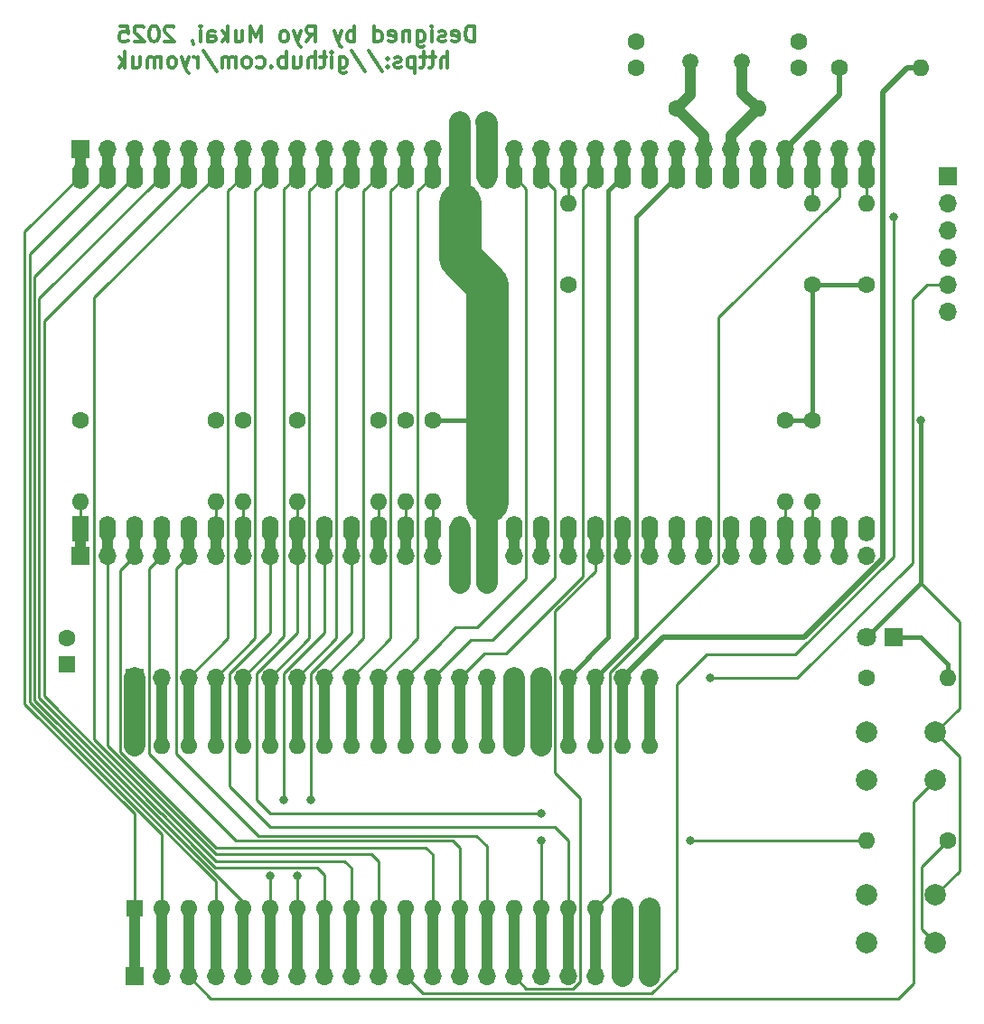
<source format=gbr>
%TF.GenerationSoftware,KiCad,Pcbnew,8.0.5*%
%TF.CreationDate,2025-08-26T16:06:39+09:00*%
%TF.ProjectId,TangNanoDCJ11MEM,54616e67-4e61-46e6-9f44-434a31314d45,rev?*%
%TF.SameCoordinates,Original*%
%TF.FileFunction,Copper,L2,Bot*%
%TF.FilePolarity,Positive*%
%FSLAX46Y46*%
G04 Gerber Fmt 4.6, Leading zero omitted, Abs format (unit mm)*
G04 Created by KiCad (PCBNEW 8.0.5) date 2025-08-26 16:06:39*
%MOMM*%
%LPD*%
G01*
G04 APERTURE LIST*
%ADD10C,0.300000*%
%TA.AperFunction,NonConductor*%
%ADD11C,0.300000*%
%TD*%
%TA.AperFunction,ComponentPad*%
%ADD12C,1.600000*%
%TD*%
%TA.AperFunction,ComponentPad*%
%ADD13O,1.600000X1.600000*%
%TD*%
%TA.AperFunction,ComponentPad*%
%ADD14C,2.000000*%
%TD*%
%TA.AperFunction,ComponentPad*%
%ADD15R,1.700000X1.700000*%
%TD*%
%TA.AperFunction,ComponentPad*%
%ADD16O,1.700000X1.700000*%
%TD*%
%TA.AperFunction,ComponentPad*%
%ADD17C,1.500000*%
%TD*%
%TA.AperFunction,ComponentPad*%
%ADD18R,1.800000X1.800000*%
%TD*%
%TA.AperFunction,ComponentPad*%
%ADD19C,1.800000*%
%TD*%
%TA.AperFunction,ComponentPad*%
%ADD20R,1.600000X2.400000*%
%TD*%
%TA.AperFunction,ComponentPad*%
%ADD21O,1.600000X2.400000*%
%TD*%
%TA.AperFunction,ComponentPad*%
%ADD22R,1.600000X1.600000*%
%TD*%
%TA.AperFunction,ViaPad*%
%ADD23C,0.800000*%
%TD*%
%TA.AperFunction,Conductor*%
%ADD24C,2.000000*%
%TD*%
%TA.AperFunction,Conductor*%
%ADD25C,1.000000*%
%TD*%
%TA.AperFunction,Conductor*%
%ADD26C,0.400000*%
%TD*%
%TA.AperFunction,Conductor*%
%ADD27C,0.250000*%
%TD*%
%TA.AperFunction,Conductor*%
%ADD28C,4.000000*%
%TD*%
%TA.AperFunction,Conductor*%
%ADD29C,0.500000*%
%TD*%
G04 APERTURE END LIST*
D10*
D11*
X44563796Y-5185870D02*
X44563796Y-3685870D01*
X44563796Y-3685870D02*
X44206653Y-3685870D01*
X44206653Y-3685870D02*
X43992367Y-3757299D01*
X43992367Y-3757299D02*
X43849510Y-3900156D01*
X43849510Y-3900156D02*
X43778081Y-4043013D01*
X43778081Y-4043013D02*
X43706653Y-4328727D01*
X43706653Y-4328727D02*
X43706653Y-4543013D01*
X43706653Y-4543013D02*
X43778081Y-4828727D01*
X43778081Y-4828727D02*
X43849510Y-4971584D01*
X43849510Y-4971584D02*
X43992367Y-5114442D01*
X43992367Y-5114442D02*
X44206653Y-5185870D01*
X44206653Y-5185870D02*
X44563796Y-5185870D01*
X42492367Y-5114442D02*
X42635224Y-5185870D01*
X42635224Y-5185870D02*
X42920939Y-5185870D01*
X42920939Y-5185870D02*
X43063796Y-5114442D01*
X43063796Y-5114442D02*
X43135224Y-4971584D01*
X43135224Y-4971584D02*
X43135224Y-4400156D01*
X43135224Y-4400156D02*
X43063796Y-4257299D01*
X43063796Y-4257299D02*
X42920939Y-4185870D01*
X42920939Y-4185870D02*
X42635224Y-4185870D01*
X42635224Y-4185870D02*
X42492367Y-4257299D01*
X42492367Y-4257299D02*
X42420939Y-4400156D01*
X42420939Y-4400156D02*
X42420939Y-4543013D01*
X42420939Y-4543013D02*
X43135224Y-4685870D01*
X41849510Y-5114442D02*
X41706653Y-5185870D01*
X41706653Y-5185870D02*
X41420939Y-5185870D01*
X41420939Y-5185870D02*
X41278082Y-5114442D01*
X41278082Y-5114442D02*
X41206653Y-4971584D01*
X41206653Y-4971584D02*
X41206653Y-4900156D01*
X41206653Y-4900156D02*
X41278082Y-4757299D01*
X41278082Y-4757299D02*
X41420939Y-4685870D01*
X41420939Y-4685870D02*
X41635225Y-4685870D01*
X41635225Y-4685870D02*
X41778082Y-4614442D01*
X41778082Y-4614442D02*
X41849510Y-4471584D01*
X41849510Y-4471584D02*
X41849510Y-4400156D01*
X41849510Y-4400156D02*
X41778082Y-4257299D01*
X41778082Y-4257299D02*
X41635225Y-4185870D01*
X41635225Y-4185870D02*
X41420939Y-4185870D01*
X41420939Y-4185870D02*
X41278082Y-4257299D01*
X40563796Y-5185870D02*
X40563796Y-4185870D01*
X40563796Y-3685870D02*
X40635224Y-3757299D01*
X40635224Y-3757299D02*
X40563796Y-3828727D01*
X40563796Y-3828727D02*
X40492367Y-3757299D01*
X40492367Y-3757299D02*
X40563796Y-3685870D01*
X40563796Y-3685870D02*
X40563796Y-3828727D01*
X39206653Y-4185870D02*
X39206653Y-5400156D01*
X39206653Y-5400156D02*
X39278081Y-5543013D01*
X39278081Y-5543013D02*
X39349510Y-5614442D01*
X39349510Y-5614442D02*
X39492367Y-5685870D01*
X39492367Y-5685870D02*
X39706653Y-5685870D01*
X39706653Y-5685870D02*
X39849510Y-5614442D01*
X39206653Y-5114442D02*
X39349510Y-5185870D01*
X39349510Y-5185870D02*
X39635224Y-5185870D01*
X39635224Y-5185870D02*
X39778081Y-5114442D01*
X39778081Y-5114442D02*
X39849510Y-5043013D01*
X39849510Y-5043013D02*
X39920938Y-4900156D01*
X39920938Y-4900156D02*
X39920938Y-4471584D01*
X39920938Y-4471584D02*
X39849510Y-4328727D01*
X39849510Y-4328727D02*
X39778081Y-4257299D01*
X39778081Y-4257299D02*
X39635224Y-4185870D01*
X39635224Y-4185870D02*
X39349510Y-4185870D01*
X39349510Y-4185870D02*
X39206653Y-4257299D01*
X38492367Y-4185870D02*
X38492367Y-5185870D01*
X38492367Y-4328727D02*
X38420938Y-4257299D01*
X38420938Y-4257299D02*
X38278081Y-4185870D01*
X38278081Y-4185870D02*
X38063795Y-4185870D01*
X38063795Y-4185870D02*
X37920938Y-4257299D01*
X37920938Y-4257299D02*
X37849510Y-4400156D01*
X37849510Y-4400156D02*
X37849510Y-5185870D01*
X36563795Y-5114442D02*
X36706652Y-5185870D01*
X36706652Y-5185870D02*
X36992367Y-5185870D01*
X36992367Y-5185870D02*
X37135224Y-5114442D01*
X37135224Y-5114442D02*
X37206652Y-4971584D01*
X37206652Y-4971584D02*
X37206652Y-4400156D01*
X37206652Y-4400156D02*
X37135224Y-4257299D01*
X37135224Y-4257299D02*
X36992367Y-4185870D01*
X36992367Y-4185870D02*
X36706652Y-4185870D01*
X36706652Y-4185870D02*
X36563795Y-4257299D01*
X36563795Y-4257299D02*
X36492367Y-4400156D01*
X36492367Y-4400156D02*
X36492367Y-4543013D01*
X36492367Y-4543013D02*
X37206652Y-4685870D01*
X35206653Y-5185870D02*
X35206653Y-3685870D01*
X35206653Y-5114442D02*
X35349510Y-5185870D01*
X35349510Y-5185870D02*
X35635224Y-5185870D01*
X35635224Y-5185870D02*
X35778081Y-5114442D01*
X35778081Y-5114442D02*
X35849510Y-5043013D01*
X35849510Y-5043013D02*
X35920938Y-4900156D01*
X35920938Y-4900156D02*
X35920938Y-4471584D01*
X35920938Y-4471584D02*
X35849510Y-4328727D01*
X35849510Y-4328727D02*
X35778081Y-4257299D01*
X35778081Y-4257299D02*
X35635224Y-4185870D01*
X35635224Y-4185870D02*
X35349510Y-4185870D01*
X35349510Y-4185870D02*
X35206653Y-4257299D01*
X33349510Y-5185870D02*
X33349510Y-3685870D01*
X33349510Y-4257299D02*
X33206653Y-4185870D01*
X33206653Y-4185870D02*
X32920938Y-4185870D01*
X32920938Y-4185870D02*
X32778081Y-4257299D01*
X32778081Y-4257299D02*
X32706653Y-4328727D01*
X32706653Y-4328727D02*
X32635224Y-4471584D01*
X32635224Y-4471584D02*
X32635224Y-4900156D01*
X32635224Y-4900156D02*
X32706653Y-5043013D01*
X32706653Y-5043013D02*
X32778081Y-5114442D01*
X32778081Y-5114442D02*
X32920938Y-5185870D01*
X32920938Y-5185870D02*
X33206653Y-5185870D01*
X33206653Y-5185870D02*
X33349510Y-5114442D01*
X32135224Y-4185870D02*
X31778081Y-5185870D01*
X31420938Y-4185870D02*
X31778081Y-5185870D01*
X31778081Y-5185870D02*
X31920938Y-5543013D01*
X31920938Y-5543013D02*
X31992367Y-5614442D01*
X31992367Y-5614442D02*
X32135224Y-5685870D01*
X28849510Y-5185870D02*
X29349510Y-4471584D01*
X29706653Y-5185870D02*
X29706653Y-3685870D01*
X29706653Y-3685870D02*
X29135224Y-3685870D01*
X29135224Y-3685870D02*
X28992367Y-3757299D01*
X28992367Y-3757299D02*
X28920938Y-3828727D01*
X28920938Y-3828727D02*
X28849510Y-3971584D01*
X28849510Y-3971584D02*
X28849510Y-4185870D01*
X28849510Y-4185870D02*
X28920938Y-4328727D01*
X28920938Y-4328727D02*
X28992367Y-4400156D01*
X28992367Y-4400156D02*
X29135224Y-4471584D01*
X29135224Y-4471584D02*
X29706653Y-4471584D01*
X28349510Y-4185870D02*
X27992367Y-5185870D01*
X27635224Y-4185870D02*
X27992367Y-5185870D01*
X27992367Y-5185870D02*
X28135224Y-5543013D01*
X28135224Y-5543013D02*
X28206653Y-5614442D01*
X28206653Y-5614442D02*
X28349510Y-5685870D01*
X26849510Y-5185870D02*
X26992367Y-5114442D01*
X26992367Y-5114442D02*
X27063796Y-5043013D01*
X27063796Y-5043013D02*
X27135224Y-4900156D01*
X27135224Y-4900156D02*
X27135224Y-4471584D01*
X27135224Y-4471584D02*
X27063796Y-4328727D01*
X27063796Y-4328727D02*
X26992367Y-4257299D01*
X26992367Y-4257299D02*
X26849510Y-4185870D01*
X26849510Y-4185870D02*
X26635224Y-4185870D01*
X26635224Y-4185870D02*
X26492367Y-4257299D01*
X26492367Y-4257299D02*
X26420939Y-4328727D01*
X26420939Y-4328727D02*
X26349510Y-4471584D01*
X26349510Y-4471584D02*
X26349510Y-4900156D01*
X26349510Y-4900156D02*
X26420939Y-5043013D01*
X26420939Y-5043013D02*
X26492367Y-5114442D01*
X26492367Y-5114442D02*
X26635224Y-5185870D01*
X26635224Y-5185870D02*
X26849510Y-5185870D01*
X24563796Y-5185870D02*
X24563796Y-3685870D01*
X24563796Y-3685870D02*
X24063796Y-4757299D01*
X24063796Y-4757299D02*
X23563796Y-3685870D01*
X23563796Y-3685870D02*
X23563796Y-5185870D01*
X22206653Y-4185870D02*
X22206653Y-5185870D01*
X22849510Y-4185870D02*
X22849510Y-4971584D01*
X22849510Y-4971584D02*
X22778081Y-5114442D01*
X22778081Y-5114442D02*
X22635224Y-5185870D01*
X22635224Y-5185870D02*
X22420938Y-5185870D01*
X22420938Y-5185870D02*
X22278081Y-5114442D01*
X22278081Y-5114442D02*
X22206653Y-5043013D01*
X21492367Y-5185870D02*
X21492367Y-3685870D01*
X21349510Y-4614442D02*
X20920938Y-5185870D01*
X20920938Y-4185870D02*
X21492367Y-4757299D01*
X19635224Y-5185870D02*
X19635224Y-4400156D01*
X19635224Y-4400156D02*
X19706652Y-4257299D01*
X19706652Y-4257299D02*
X19849509Y-4185870D01*
X19849509Y-4185870D02*
X20135224Y-4185870D01*
X20135224Y-4185870D02*
X20278081Y-4257299D01*
X19635224Y-5114442D02*
X19778081Y-5185870D01*
X19778081Y-5185870D02*
X20135224Y-5185870D01*
X20135224Y-5185870D02*
X20278081Y-5114442D01*
X20278081Y-5114442D02*
X20349509Y-4971584D01*
X20349509Y-4971584D02*
X20349509Y-4828727D01*
X20349509Y-4828727D02*
X20278081Y-4685870D01*
X20278081Y-4685870D02*
X20135224Y-4614442D01*
X20135224Y-4614442D02*
X19778081Y-4614442D01*
X19778081Y-4614442D02*
X19635224Y-4543013D01*
X18920938Y-5185870D02*
X18920938Y-4185870D01*
X18920938Y-3685870D02*
X18992366Y-3757299D01*
X18992366Y-3757299D02*
X18920938Y-3828727D01*
X18920938Y-3828727D02*
X18849509Y-3757299D01*
X18849509Y-3757299D02*
X18920938Y-3685870D01*
X18920938Y-3685870D02*
X18920938Y-3828727D01*
X18135223Y-5114442D02*
X18135223Y-5185870D01*
X18135223Y-5185870D02*
X18206652Y-5328727D01*
X18206652Y-5328727D02*
X18278080Y-5400156D01*
X16420937Y-3828727D02*
X16349509Y-3757299D01*
X16349509Y-3757299D02*
X16206652Y-3685870D01*
X16206652Y-3685870D02*
X15849509Y-3685870D01*
X15849509Y-3685870D02*
X15706652Y-3757299D01*
X15706652Y-3757299D02*
X15635223Y-3828727D01*
X15635223Y-3828727D02*
X15563794Y-3971584D01*
X15563794Y-3971584D02*
X15563794Y-4114442D01*
X15563794Y-4114442D02*
X15635223Y-4328727D01*
X15635223Y-4328727D02*
X16492366Y-5185870D01*
X16492366Y-5185870D02*
X15563794Y-5185870D01*
X14635223Y-3685870D02*
X14492366Y-3685870D01*
X14492366Y-3685870D02*
X14349509Y-3757299D01*
X14349509Y-3757299D02*
X14278081Y-3828727D01*
X14278081Y-3828727D02*
X14206652Y-3971584D01*
X14206652Y-3971584D02*
X14135223Y-4257299D01*
X14135223Y-4257299D02*
X14135223Y-4614442D01*
X14135223Y-4614442D02*
X14206652Y-4900156D01*
X14206652Y-4900156D02*
X14278081Y-5043013D01*
X14278081Y-5043013D02*
X14349509Y-5114442D01*
X14349509Y-5114442D02*
X14492366Y-5185870D01*
X14492366Y-5185870D02*
X14635223Y-5185870D01*
X14635223Y-5185870D02*
X14778081Y-5114442D01*
X14778081Y-5114442D02*
X14849509Y-5043013D01*
X14849509Y-5043013D02*
X14920938Y-4900156D01*
X14920938Y-4900156D02*
X14992366Y-4614442D01*
X14992366Y-4614442D02*
X14992366Y-4257299D01*
X14992366Y-4257299D02*
X14920938Y-3971584D01*
X14920938Y-3971584D02*
X14849509Y-3828727D01*
X14849509Y-3828727D02*
X14778081Y-3757299D01*
X14778081Y-3757299D02*
X14635223Y-3685870D01*
X13563795Y-3828727D02*
X13492367Y-3757299D01*
X13492367Y-3757299D02*
X13349510Y-3685870D01*
X13349510Y-3685870D02*
X12992367Y-3685870D01*
X12992367Y-3685870D02*
X12849510Y-3757299D01*
X12849510Y-3757299D02*
X12778081Y-3828727D01*
X12778081Y-3828727D02*
X12706652Y-3971584D01*
X12706652Y-3971584D02*
X12706652Y-4114442D01*
X12706652Y-4114442D02*
X12778081Y-4328727D01*
X12778081Y-4328727D02*
X13635224Y-5185870D01*
X13635224Y-5185870D02*
X12706652Y-5185870D01*
X11349510Y-3685870D02*
X12063796Y-3685870D01*
X12063796Y-3685870D02*
X12135224Y-4400156D01*
X12135224Y-4400156D02*
X12063796Y-4328727D01*
X12063796Y-4328727D02*
X11920939Y-4257299D01*
X11920939Y-4257299D02*
X11563796Y-4257299D01*
X11563796Y-4257299D02*
X11420939Y-4328727D01*
X11420939Y-4328727D02*
X11349510Y-4400156D01*
X11349510Y-4400156D02*
X11278081Y-4543013D01*
X11278081Y-4543013D02*
X11278081Y-4900156D01*
X11278081Y-4900156D02*
X11349510Y-5043013D01*
X11349510Y-5043013D02*
X11420939Y-5114442D01*
X11420939Y-5114442D02*
X11563796Y-5185870D01*
X11563796Y-5185870D02*
X11920939Y-5185870D01*
X11920939Y-5185870D02*
X12063796Y-5114442D01*
X12063796Y-5114442D02*
X12135224Y-5043013D01*
X42063800Y-7600786D02*
X42063800Y-6100786D01*
X41420943Y-7600786D02*
X41420943Y-6815072D01*
X41420943Y-6815072D02*
X41492371Y-6672215D01*
X41492371Y-6672215D02*
X41635228Y-6600786D01*
X41635228Y-6600786D02*
X41849514Y-6600786D01*
X41849514Y-6600786D02*
X41992371Y-6672215D01*
X41992371Y-6672215D02*
X42063800Y-6743643D01*
X40920942Y-6600786D02*
X40349514Y-6600786D01*
X40706657Y-6100786D02*
X40706657Y-7386500D01*
X40706657Y-7386500D02*
X40635228Y-7529358D01*
X40635228Y-7529358D02*
X40492371Y-7600786D01*
X40492371Y-7600786D02*
X40349514Y-7600786D01*
X40063799Y-6600786D02*
X39492371Y-6600786D01*
X39849514Y-6100786D02*
X39849514Y-7386500D01*
X39849514Y-7386500D02*
X39778085Y-7529358D01*
X39778085Y-7529358D02*
X39635228Y-7600786D01*
X39635228Y-7600786D02*
X39492371Y-7600786D01*
X38992371Y-6600786D02*
X38992371Y-8100786D01*
X38992371Y-6672215D02*
X38849514Y-6600786D01*
X38849514Y-6600786D02*
X38563799Y-6600786D01*
X38563799Y-6600786D02*
X38420942Y-6672215D01*
X38420942Y-6672215D02*
X38349514Y-6743643D01*
X38349514Y-6743643D02*
X38278085Y-6886500D01*
X38278085Y-6886500D02*
X38278085Y-7315072D01*
X38278085Y-7315072D02*
X38349514Y-7457929D01*
X38349514Y-7457929D02*
X38420942Y-7529358D01*
X38420942Y-7529358D02*
X38563799Y-7600786D01*
X38563799Y-7600786D02*
X38849514Y-7600786D01*
X38849514Y-7600786D02*
X38992371Y-7529358D01*
X37706656Y-7529358D02*
X37563799Y-7600786D01*
X37563799Y-7600786D02*
X37278085Y-7600786D01*
X37278085Y-7600786D02*
X37135228Y-7529358D01*
X37135228Y-7529358D02*
X37063799Y-7386500D01*
X37063799Y-7386500D02*
X37063799Y-7315072D01*
X37063799Y-7315072D02*
X37135228Y-7172215D01*
X37135228Y-7172215D02*
X37278085Y-7100786D01*
X37278085Y-7100786D02*
X37492371Y-7100786D01*
X37492371Y-7100786D02*
X37635228Y-7029358D01*
X37635228Y-7029358D02*
X37706656Y-6886500D01*
X37706656Y-6886500D02*
X37706656Y-6815072D01*
X37706656Y-6815072D02*
X37635228Y-6672215D01*
X37635228Y-6672215D02*
X37492371Y-6600786D01*
X37492371Y-6600786D02*
X37278085Y-6600786D01*
X37278085Y-6600786D02*
X37135228Y-6672215D01*
X36420942Y-7457929D02*
X36349513Y-7529358D01*
X36349513Y-7529358D02*
X36420942Y-7600786D01*
X36420942Y-7600786D02*
X36492370Y-7529358D01*
X36492370Y-7529358D02*
X36420942Y-7457929D01*
X36420942Y-7457929D02*
X36420942Y-7600786D01*
X36420942Y-6672215D02*
X36349513Y-6743643D01*
X36349513Y-6743643D02*
X36420942Y-6815072D01*
X36420942Y-6815072D02*
X36492370Y-6743643D01*
X36492370Y-6743643D02*
X36420942Y-6672215D01*
X36420942Y-6672215D02*
X36420942Y-6815072D01*
X34635227Y-6029358D02*
X35920941Y-7957929D01*
X33063798Y-6029358D02*
X34349512Y-7957929D01*
X31920941Y-6600786D02*
X31920941Y-7815072D01*
X31920941Y-7815072D02*
X31992369Y-7957929D01*
X31992369Y-7957929D02*
X32063798Y-8029358D01*
X32063798Y-8029358D02*
X32206655Y-8100786D01*
X32206655Y-8100786D02*
X32420941Y-8100786D01*
X32420941Y-8100786D02*
X32563798Y-8029358D01*
X31920941Y-7529358D02*
X32063798Y-7600786D01*
X32063798Y-7600786D02*
X32349512Y-7600786D01*
X32349512Y-7600786D02*
X32492369Y-7529358D01*
X32492369Y-7529358D02*
X32563798Y-7457929D01*
X32563798Y-7457929D02*
X32635226Y-7315072D01*
X32635226Y-7315072D02*
X32635226Y-6886500D01*
X32635226Y-6886500D02*
X32563798Y-6743643D01*
X32563798Y-6743643D02*
X32492369Y-6672215D01*
X32492369Y-6672215D02*
X32349512Y-6600786D01*
X32349512Y-6600786D02*
X32063798Y-6600786D01*
X32063798Y-6600786D02*
X31920941Y-6672215D01*
X31206655Y-7600786D02*
X31206655Y-6600786D01*
X31206655Y-6100786D02*
X31278083Y-6172215D01*
X31278083Y-6172215D02*
X31206655Y-6243643D01*
X31206655Y-6243643D02*
X31135226Y-6172215D01*
X31135226Y-6172215D02*
X31206655Y-6100786D01*
X31206655Y-6100786D02*
X31206655Y-6243643D01*
X30706654Y-6600786D02*
X30135226Y-6600786D01*
X30492369Y-6100786D02*
X30492369Y-7386500D01*
X30492369Y-7386500D02*
X30420940Y-7529358D01*
X30420940Y-7529358D02*
X30278083Y-7600786D01*
X30278083Y-7600786D02*
X30135226Y-7600786D01*
X29635226Y-7600786D02*
X29635226Y-6100786D01*
X28992369Y-7600786D02*
X28992369Y-6815072D01*
X28992369Y-6815072D02*
X29063797Y-6672215D01*
X29063797Y-6672215D02*
X29206654Y-6600786D01*
X29206654Y-6600786D02*
X29420940Y-6600786D01*
X29420940Y-6600786D02*
X29563797Y-6672215D01*
X29563797Y-6672215D02*
X29635226Y-6743643D01*
X27635226Y-6600786D02*
X27635226Y-7600786D01*
X28278083Y-6600786D02*
X28278083Y-7386500D01*
X28278083Y-7386500D02*
X28206654Y-7529358D01*
X28206654Y-7529358D02*
X28063797Y-7600786D01*
X28063797Y-7600786D02*
X27849511Y-7600786D01*
X27849511Y-7600786D02*
X27706654Y-7529358D01*
X27706654Y-7529358D02*
X27635226Y-7457929D01*
X26920940Y-7600786D02*
X26920940Y-6100786D01*
X26920940Y-6672215D02*
X26778083Y-6600786D01*
X26778083Y-6600786D02*
X26492368Y-6600786D01*
X26492368Y-6600786D02*
X26349511Y-6672215D01*
X26349511Y-6672215D02*
X26278083Y-6743643D01*
X26278083Y-6743643D02*
X26206654Y-6886500D01*
X26206654Y-6886500D02*
X26206654Y-7315072D01*
X26206654Y-7315072D02*
X26278083Y-7457929D01*
X26278083Y-7457929D02*
X26349511Y-7529358D01*
X26349511Y-7529358D02*
X26492368Y-7600786D01*
X26492368Y-7600786D02*
X26778083Y-7600786D01*
X26778083Y-7600786D02*
X26920940Y-7529358D01*
X25563797Y-7457929D02*
X25492368Y-7529358D01*
X25492368Y-7529358D02*
X25563797Y-7600786D01*
X25563797Y-7600786D02*
X25635225Y-7529358D01*
X25635225Y-7529358D02*
X25563797Y-7457929D01*
X25563797Y-7457929D02*
X25563797Y-7600786D01*
X24206654Y-7529358D02*
X24349511Y-7600786D01*
X24349511Y-7600786D02*
X24635225Y-7600786D01*
X24635225Y-7600786D02*
X24778082Y-7529358D01*
X24778082Y-7529358D02*
X24849511Y-7457929D01*
X24849511Y-7457929D02*
X24920939Y-7315072D01*
X24920939Y-7315072D02*
X24920939Y-6886500D01*
X24920939Y-6886500D02*
X24849511Y-6743643D01*
X24849511Y-6743643D02*
X24778082Y-6672215D01*
X24778082Y-6672215D02*
X24635225Y-6600786D01*
X24635225Y-6600786D02*
X24349511Y-6600786D01*
X24349511Y-6600786D02*
X24206654Y-6672215D01*
X23349511Y-7600786D02*
X23492368Y-7529358D01*
X23492368Y-7529358D02*
X23563797Y-7457929D01*
X23563797Y-7457929D02*
X23635225Y-7315072D01*
X23635225Y-7315072D02*
X23635225Y-6886500D01*
X23635225Y-6886500D02*
X23563797Y-6743643D01*
X23563797Y-6743643D02*
X23492368Y-6672215D01*
X23492368Y-6672215D02*
X23349511Y-6600786D01*
X23349511Y-6600786D02*
X23135225Y-6600786D01*
X23135225Y-6600786D02*
X22992368Y-6672215D01*
X22992368Y-6672215D02*
X22920940Y-6743643D01*
X22920940Y-6743643D02*
X22849511Y-6886500D01*
X22849511Y-6886500D02*
X22849511Y-7315072D01*
X22849511Y-7315072D02*
X22920940Y-7457929D01*
X22920940Y-7457929D02*
X22992368Y-7529358D01*
X22992368Y-7529358D02*
X23135225Y-7600786D01*
X23135225Y-7600786D02*
X23349511Y-7600786D01*
X22206654Y-7600786D02*
X22206654Y-6600786D01*
X22206654Y-6743643D02*
X22135225Y-6672215D01*
X22135225Y-6672215D02*
X21992368Y-6600786D01*
X21992368Y-6600786D02*
X21778082Y-6600786D01*
X21778082Y-6600786D02*
X21635225Y-6672215D01*
X21635225Y-6672215D02*
X21563797Y-6815072D01*
X21563797Y-6815072D02*
X21563797Y-7600786D01*
X21563797Y-6815072D02*
X21492368Y-6672215D01*
X21492368Y-6672215D02*
X21349511Y-6600786D01*
X21349511Y-6600786D02*
X21135225Y-6600786D01*
X21135225Y-6600786D02*
X20992368Y-6672215D01*
X20992368Y-6672215D02*
X20920939Y-6815072D01*
X20920939Y-6815072D02*
X20920939Y-7600786D01*
X19135225Y-6029358D02*
X20420939Y-7957929D01*
X18635225Y-7600786D02*
X18635225Y-6600786D01*
X18635225Y-6886500D02*
X18563796Y-6743643D01*
X18563796Y-6743643D02*
X18492368Y-6672215D01*
X18492368Y-6672215D02*
X18349510Y-6600786D01*
X18349510Y-6600786D02*
X18206653Y-6600786D01*
X17849511Y-6600786D02*
X17492368Y-7600786D01*
X17135225Y-6600786D02*
X17492368Y-7600786D01*
X17492368Y-7600786D02*
X17635225Y-7957929D01*
X17635225Y-7957929D02*
X17706654Y-8029358D01*
X17706654Y-8029358D02*
X17849511Y-8100786D01*
X16349511Y-7600786D02*
X16492368Y-7529358D01*
X16492368Y-7529358D02*
X16563797Y-7457929D01*
X16563797Y-7457929D02*
X16635225Y-7315072D01*
X16635225Y-7315072D02*
X16635225Y-6886500D01*
X16635225Y-6886500D02*
X16563797Y-6743643D01*
X16563797Y-6743643D02*
X16492368Y-6672215D01*
X16492368Y-6672215D02*
X16349511Y-6600786D01*
X16349511Y-6600786D02*
X16135225Y-6600786D01*
X16135225Y-6600786D02*
X15992368Y-6672215D01*
X15992368Y-6672215D02*
X15920940Y-6743643D01*
X15920940Y-6743643D02*
X15849511Y-6886500D01*
X15849511Y-6886500D02*
X15849511Y-7315072D01*
X15849511Y-7315072D02*
X15920940Y-7457929D01*
X15920940Y-7457929D02*
X15992368Y-7529358D01*
X15992368Y-7529358D02*
X16135225Y-7600786D01*
X16135225Y-7600786D02*
X16349511Y-7600786D01*
X15206654Y-7600786D02*
X15206654Y-6600786D01*
X15206654Y-6743643D02*
X15135225Y-6672215D01*
X15135225Y-6672215D02*
X14992368Y-6600786D01*
X14992368Y-6600786D02*
X14778082Y-6600786D01*
X14778082Y-6600786D02*
X14635225Y-6672215D01*
X14635225Y-6672215D02*
X14563797Y-6815072D01*
X14563797Y-6815072D02*
X14563797Y-7600786D01*
X14563797Y-6815072D02*
X14492368Y-6672215D01*
X14492368Y-6672215D02*
X14349511Y-6600786D01*
X14349511Y-6600786D02*
X14135225Y-6600786D01*
X14135225Y-6600786D02*
X13992368Y-6672215D01*
X13992368Y-6672215D02*
X13920939Y-6815072D01*
X13920939Y-6815072D02*
X13920939Y-7600786D01*
X12563797Y-6600786D02*
X12563797Y-7600786D01*
X13206654Y-6600786D02*
X13206654Y-7386500D01*
X13206654Y-7386500D02*
X13135225Y-7529358D01*
X13135225Y-7529358D02*
X12992368Y-7600786D01*
X12992368Y-7600786D02*
X12778082Y-7600786D01*
X12778082Y-7600786D02*
X12635225Y-7529358D01*
X12635225Y-7529358D02*
X12563797Y-7457929D01*
X11849511Y-7600786D02*
X11849511Y-6100786D01*
X11706654Y-7029358D02*
X11278082Y-7600786D01*
X11278082Y-6600786D02*
X11849511Y-7172215D01*
D12*
%TO.P,R4,1*%
%TO.N,VCC*%
X20320000Y-40640000D03*
D13*
%TO.P,R4,2*%
%TO.N,PWRF_n*%
X20320000Y-48260000D03*
%TD*%
D14*
%TO.P,SW1,1,1*%
%TO.N,VCC*%
X81280000Y-69850000D03*
X87780000Y-69850000D03*
%TO.P,SW1,2,2*%
%TO.N,INIT_SW*%
X81280000Y-74350000D03*
X87780000Y-74350000D03*
%TD*%
D12*
%TO.P,R9,1*%
%TO.N,VCC*%
X40640000Y-40640000D03*
D13*
%TO.P,R9,2*%
%TO.N,PARITY_n*%
X40640000Y-48260000D03*
%TD*%
D12*
%TO.P,R5,1*%
%TO.N,VCC*%
X22860000Y-40640000D03*
D13*
%TO.P,R5,2*%
%TO.N,FPE_n*%
X22860000Y-48260000D03*
%TD*%
D15*
%TO.P,J4,1,Pin_1*%
%TO.N,TEST1_n*%
X7620000Y-53340000D03*
D16*
%TO.P,J4,2,Pin_2*%
%TO.N,AIO0*%
X10160000Y-53340000D03*
%TO.P,J4,3,Pin_3*%
%TO.N,AIO1*%
X12700000Y-53340000D03*
%TO.P,J4,4,Pin_4*%
%TO.N,AIO2*%
X15240000Y-53340000D03*
%TO.P,J4,5,Pin_5*%
%TO.N,AIO3*%
X17780000Y-53340000D03*
%TO.P,J4,6,Pin_6*%
%TO.N,PWRF_n*%
X20320000Y-53340000D03*
%TO.P,J4,7,Pin_7*%
%TO.N,FPE_n*%
X22860000Y-53340000D03*
%TO.P,J4,8,Pin_8*%
%TO.N,EVENT_n*%
X25400000Y-53340000D03*
%TO.P,J4,9,Pin_9*%
%TO.N,HALT*%
X27940000Y-53340000D03*
%TO.P,J4,10,Pin_10*%
%TO.N,IRQ0*%
X30480000Y-53340000D03*
%TO.P,J4,11,Pin_11*%
%TO.N,IRQ1*%
X33020000Y-53340000D03*
%TO.P,J4,12,Pin_12*%
%TO.N,IRQ2*%
X35560000Y-53340000D03*
%TO.P,J4,13,Pin_13*%
%TO.N,IRQ3*%
X38100000Y-53340000D03*
%TO.P,J4,14,Pin_14*%
%TO.N,PARITY_n*%
X40640000Y-53340000D03*
%TO.P,J4,15,Pin_15*%
%TO.N,GND*%
X43180000Y-53340000D03*
%TO.P,J4,16,Pin_16*%
%TO.N,VCC*%
X45720000Y-53340000D03*
%TO.P,J4,17,Pin_17*%
%TO.N,BS0*%
X48260000Y-53340000D03*
%TO.P,J4,18,Pin_18*%
%TO.N,BS1*%
X50800000Y-53340000D03*
%TO.P,J4,19,Pin_19*%
%TO.N,MAP_n*%
X53340000Y-53340000D03*
%TO.P,J4,20,Pin_20*%
%TO.N,ABORT_n*%
X55880000Y-53340000D03*
%TO.P,J4,21,Pin_21*%
%TO.N,DAL21*%
X58420000Y-53340000D03*
%TO.P,J4,22,Pin_22*%
%TO.N,DAL20*%
X60960000Y-53340000D03*
%TO.P,J4,23,Pin_23*%
%TO.N,DAL19*%
X63500000Y-53340000D03*
%TO.P,J4,24,Pin_24*%
%TO.N,DAL18*%
X66040000Y-53340000D03*
%TO.P,J4,25,Pin_25*%
%TO.N,DAL17*%
X68580000Y-53340000D03*
%TO.P,J4,26,Pin_26*%
%TO.N,DAL16*%
X71120000Y-53340000D03*
%TO.P,J4,27,Pin_27*%
%TO.N,DMR_n*%
X73660000Y-53340000D03*
%TO.P,J4,28,Pin_28*%
%TO.N,MISS_n*%
X76200000Y-53340000D03*
%TO.P,J4,29,Pin_29*%
%TO.N,PRDC_n*%
X78740000Y-53340000D03*
%TO.P,J4,30,Pin_30*%
%TO.N,unconnected-(J4-Pin_30-Pad30)*%
X81280000Y-53340000D03*
%TD*%
D12*
%TO.P,R11,1*%
%TO.N,VCC*%
X76200000Y-40640000D03*
D13*
%TO.P,R11,2*%
%TO.N,MISS_n*%
X76200000Y-48260000D03*
%TD*%
D12*
%TO.P,R16,1*%
%TO.N,GND*%
X81280000Y-64770000D03*
D13*
%TO.P,R16,2*%
%TO.N,Net-(D1-K)*%
X88900000Y-64770000D03*
%TD*%
D12*
%TO.P,R2,1*%
%TO.N,CLK2*%
X78740000Y-7620000D03*
D13*
%TO.P,R2,2*%
%TO.N,CLK2_D*%
X86360000Y-7620000D03*
%TD*%
D12*
%TO.P,R12,1*%
%TO.N,VCC*%
X53340000Y-27940000D03*
D13*
%TO.P,R12,2*%
%TO.N,DV*%
X53340000Y-20320000D03*
%TD*%
D15*
%TO.P,J6,1,Pin_1*%
%TO.N,GND*%
X88900000Y-17780000D03*
D16*
%TO.P,J6,2,Pin_2*%
%TO.N,unconnected-(J6-Pin_2-Pad2)*%
X88900000Y-20320000D03*
%TO.P,J6,3,Pin_3*%
%TO.N,unconnected-(J6-Pin_3-Pad3)*%
X88900000Y-22860000D03*
%TO.P,J6,4,Pin_4*%
%TO.N,unconnected-(J6-Pin_4-Pad4)*%
X88900000Y-25400000D03*
%TO.P,J6,5,Pin_5*%
%TO.N,GPIO_TX*%
X88900000Y-27940000D03*
%TO.P,J6,6,Pin_6*%
%TO.N,unconnected-(J6-Pin_6-Pad6)*%
X88900000Y-30480000D03*
%TD*%
D15*
%TO.P,J3,1,Pin_1*%
%TO.N,VCC*%
X12700000Y-64770000D03*
D16*
%TO.P,J3,2,Pin_2*%
%TO.N,GND*%
X15240000Y-64770000D03*
%TO.P,J3,3,Pin_3*%
%TO.N,DAL11*%
X17780000Y-64770000D03*
%TO.P,J3,4,Pin_4*%
%TO.N,DAL12*%
X20320000Y-64770000D03*
%TO.P,J3,5,Pin_5*%
%TO.N,DAL13*%
X22860000Y-64770000D03*
%TO.P,J3,6,Pin_6*%
%TO.N,DAL14*%
X25400000Y-64770000D03*
%TO.P,J3,7,Pin_7*%
%TO.N,DAL15*%
X27940000Y-64770000D03*
%TO.P,J3,8,Pin_8*%
%TO.N,DAL1*%
X30480000Y-64770000D03*
%TO.P,J3,9,Pin_9*%
%TO.N,DAL2*%
X33020000Y-64770000D03*
%TO.P,J3,10,Pin_10*%
%TO.N,DAL3*%
X35560000Y-64770000D03*
%TO.P,J3,11,Pin_11*%
%TO.N,DAL4*%
X38100000Y-64770000D03*
%TO.P,J3,12,Pin_12*%
%TO.N,DAL5*%
X40640000Y-64770000D03*
%TO.P,J3,13,Pin_13*%
%TO.N,BUFCTL_n*%
X43180000Y-64770000D03*
%TO.P,J3,14,Pin_14*%
%TO.N,LED_RGB*%
X45720000Y-64770000D03*
%TO.P,J3,15,Pin_15*%
%TO.N,GND*%
X48260000Y-64770000D03*
%TO.P,J3,16,Pin_16*%
%TO.N,3V3b*%
X50800000Y-64770000D03*
%TO.P,J3,17,Pin_17*%
%TO.N,ALE_n*%
X53340000Y-64770000D03*
%TO.P,J3,18,Pin_18*%
%TO.N,SCTL_n*%
X55880000Y-64770000D03*
%TO.P,J3,19,Pin_19*%
%TO.N,CLK2_D*%
X58420000Y-64770000D03*
%TO.P,J3,20,Pin_20*%
%TO.N,GPIO_TX*%
X60960000Y-64770000D03*
%TD*%
D12*
%TO.P,R7,1*%
%TO.N,GND*%
X35560000Y-40640000D03*
D13*
%TO.P,R7,2*%
%TO.N,IRQ2*%
X35560000Y-48260000D03*
%TD*%
D17*
%TO.P,Y1,1,1*%
%TO.N,XTALI*%
X69650000Y-6985000D03*
%TO.P,Y1,2,2*%
%TO.N,XTALO*%
X64770000Y-6985000D03*
%TD*%
D18*
%TO.P,D1,1,K*%
%TO.N,Net-(D1-K)*%
X83820000Y-60960000D03*
D19*
%TO.P,D1,2,A*%
%TO.N,VCC*%
X81280000Y-60960000D03*
%TD*%
D12*
%TO.P,C1,1*%
%TO.N,GND*%
X59690000Y-7620000D03*
%TO.P,C1,2*%
%TO.N,XTALO*%
X59690000Y-5120000D03*
%TD*%
%TO.P,C2,1*%
%TO.N,GND*%
X74930000Y-7620000D03*
%TO.P,C2,2*%
%TO.N,XTALI*%
X74930000Y-5120000D03*
%TD*%
%TO.P,C4,1*%
%TO.N,VCC*%
X45720000Y-55880000D03*
%TO.P,C4,2*%
%TO.N,GND*%
X43220000Y-55880000D03*
%TD*%
%TO.P,R3,1*%
%TO.N,VCC*%
X7620000Y-40640000D03*
D13*
%TO.P,R3,2*%
%TO.N,TEST1_n*%
X7620000Y-48260000D03*
%TD*%
D14*
%TO.P,SW2,1,1*%
%TO.N,VCC*%
X81280000Y-85090000D03*
X87780000Y-85090000D03*
%TO.P,SW2,2,2*%
%TO.N,Net-(R15-Pad1)*%
X81280000Y-89590000D03*
X87780000Y-89590000D03*
%TD*%
D12*
%TO.P,R10,1*%
%TO.N,VCC*%
X73660000Y-40640000D03*
D13*
%TO.P,R10,2*%
%TO.N,DMR_n*%
X73660000Y-48260000D03*
%TD*%
D12*
%TO.P,R1,1*%
%TO.N,XTALO*%
X63500000Y-11430000D03*
D13*
%TO.P,R1,2*%
%TO.N,XTALI*%
X71120000Y-11430000D03*
%TD*%
D20*
%TO.P,U1,1,~{TEST1}*%
%TO.N,TEST1_n*%
X7620000Y-50800000D03*
D21*
%TO.P,U1,2,AIO0*%
%TO.N,AIO0*%
X10160000Y-50800000D03*
%TO.P,U1,3,AIO1*%
%TO.N,AIO1*%
X12700000Y-50800000D03*
%TO.P,U1,4,AIO2*%
%TO.N,AIO2*%
X15240000Y-50800000D03*
%TO.P,U1,5,AIO3*%
%TO.N,AIO3*%
X17780000Y-50800000D03*
%TO.P,U1,6,~{PWRF}*%
%TO.N,PWRF_n*%
X20320000Y-50800000D03*
%TO.P,U1,7,~{FPE}*%
%TO.N,FPE_n*%
X22860000Y-50800000D03*
%TO.P,U1,8,~{EVENT}*%
%TO.N,EVENT_n*%
X25400000Y-50800000D03*
%TO.P,U1,9,HALT*%
%TO.N,HALT*%
X27940000Y-50800000D03*
%TO.P,U1,10,IRQ0*%
%TO.N,IRQ0*%
X30480000Y-50800000D03*
%TO.P,U1,11,IRQ1*%
%TO.N,IRQ1*%
X33020000Y-50800000D03*
%TO.P,U1,12,IRQ2*%
%TO.N,IRQ2*%
X35560000Y-50800000D03*
%TO.P,U1,13,IRQ3*%
%TO.N,IRQ3*%
X38100000Y-50800000D03*
%TO.P,U1,14,~{PARITY}*%
%TO.N,PARITY_n*%
X40640000Y-50800000D03*
%TO.P,U1,15,GND*%
%TO.N,GND*%
X43180000Y-50800000D03*
%TO.P,U1,16,VCC*%
%TO.N,VCC*%
X45720000Y-50800000D03*
%TO.P,U1,17,BS0*%
%TO.N,BS0*%
X48260000Y-50800000D03*
%TO.P,U1,18,BS1*%
%TO.N,BS1*%
X50800000Y-50800000D03*
%TO.P,U1,19,~{MAP}*%
%TO.N,MAP_n*%
X53340000Y-50800000D03*
%TO.P,U1,20,~{ABORT}*%
%TO.N,ABORT_n*%
X55880000Y-50800000D03*
%TO.P,U1,21,DAL21*%
%TO.N,DAL21*%
X58420000Y-50800000D03*
%TO.P,U1,22,DAL20*%
%TO.N,DAL20*%
X60960000Y-50800000D03*
%TO.P,U1,23,DAL19*%
%TO.N,DAL19*%
X63500000Y-50800000D03*
%TO.P,U1,24,DAL18*%
%TO.N,DAL18*%
X66040000Y-50800000D03*
%TO.P,U1,25,DAL17*%
%TO.N,DAL17*%
X68580000Y-50800000D03*
%TO.P,U1,26,DAL16*%
%TO.N,DAL16*%
X71120000Y-50800000D03*
%TO.P,U1,27,~{DMR}*%
%TO.N,DMR_n*%
X73660000Y-50800000D03*
%TO.P,U1,28,~{MISS}*%
%TO.N,MISS_n*%
X76200000Y-50800000D03*
%TO.P,U1,29,~{PRDC}*%
%TO.N,PRDC_n*%
X78740000Y-50800000D03*
%TO.P,U1,30,NC*%
%TO.N,unconnected-(U1-NC-Pad30)*%
X81280000Y-50800000D03*
%TO.P,U1,31,~{TEST2}*%
%TO.N,TEST2_n*%
X81280000Y-17780000D03*
%TO.P,U1,32,CONT*%
%TO.N,CONT_n*%
X78740000Y-17780000D03*
%TO.P,U1,33,~{INIT}*%
%TO.N,INIT_n*%
X76200000Y-17780000D03*
%TO.P,U1,34,CLK2*%
%TO.N,CLK2*%
X73660000Y-17780000D03*
%TO.P,U1,35,CLK*%
%TO.N,CLK*%
X71120000Y-17780000D03*
%TO.P,U1,36,XTALI*%
%TO.N,XTALI*%
X68580000Y-17780000D03*
%TO.P,U1,37,XTALO*%
%TO.N,XTALO*%
X66040000Y-17780000D03*
%TO.P,U1,38,~{SCTL}*%
%TO.N,SCTL_n*%
X63500000Y-17780000D03*
%TO.P,U1,39,~{STRB}*%
%TO.N,STRB_n*%
X60960000Y-17780000D03*
%TO.P,U1,40,~{ALE}*%
%TO.N,ALE_n*%
X58420000Y-17780000D03*
%TO.P,U1,41,~{BUFCTL}*%
%TO.N,BUFCTL_n*%
X55880000Y-17780000D03*
%TO.P,U1,42,DV*%
%TO.N,DV*%
X53340000Y-17780000D03*
%TO.P,U1,43,DAL5*%
%TO.N,DAL5*%
X50800000Y-17780000D03*
%TO.P,U1,44,DAL4*%
%TO.N,DAL4*%
X48260000Y-17780000D03*
%TO.P,U1,45,GND*%
%TO.N,GND*%
X45720000Y-17780000D03*
%TO.P,U1,46,VCC*%
%TO.N,VCC*%
X43180000Y-17780000D03*
%TO.P,U1,47,DAL3*%
%TO.N,DAL3*%
X40640000Y-17780000D03*
%TO.P,U1,48,DAL2*%
%TO.N,DAL2*%
X38100000Y-17780000D03*
%TO.P,U1,49,DAL1*%
%TO.N,DAL1*%
X35560000Y-17780000D03*
%TO.P,U1,50,DAL15*%
%TO.N,DAL15*%
X33020000Y-17780000D03*
%TO.P,U1,51,DAL14*%
%TO.N,DAL14*%
X30480000Y-17780000D03*
%TO.P,U1,52,DAL13*%
%TO.N,DAL13*%
X27940000Y-17780000D03*
%TO.P,U1,53,DAL12*%
%TO.N,DAL12*%
X25400000Y-17780000D03*
%TO.P,U1,54,DAL11*%
%TO.N,DAL11*%
X22860000Y-17780000D03*
%TO.P,U1,55,DAL10*%
%TO.N,DAL10*%
X20320000Y-17780000D03*
%TO.P,U1,56,DAL9*%
%TO.N,DAL9*%
X17780000Y-17780000D03*
%TO.P,U1,57,DAL0*%
%TO.N,DAL0*%
X15240000Y-17780000D03*
%TO.P,U1,58,DAL8*%
%TO.N,DAL8*%
X12700000Y-17780000D03*
%TO.P,U1,59,DAL7*%
%TO.N,DAL7*%
X10160000Y-17780000D03*
%TO.P,U1,60,DAL6*%
%TO.N,DAL6*%
X7620000Y-17780000D03*
%TD*%
D12*
%TO.P,C3,1*%
%TO.N,VCC*%
X43180000Y-12700000D03*
%TO.P,C3,2*%
%TO.N,GND*%
X45680000Y-12700000D03*
%TD*%
%TO.P,R8,1*%
%TO.N,GND*%
X38100000Y-40640000D03*
D13*
%TO.P,R8,2*%
%TO.N,IRQ3*%
X38100000Y-48260000D03*
%TD*%
D12*
%TO.P,R15,1*%
%TO.N,Net-(R15-Pad1)*%
X88900000Y-80010000D03*
D13*
%TO.P,R15,2*%
%TO.N,HALT*%
X81280000Y-80010000D03*
%TD*%
D12*
%TO.P,R6,1*%
%TO.N,GND*%
X27940000Y-40640000D03*
D13*
%TO.P,R6,2*%
%TO.N,HALT*%
X27940000Y-48260000D03*
%TD*%
D22*
%TO.P,J1,1,Pin_1*%
%TO.N,DAL6*%
X12700000Y-86360000D03*
D13*
%TO.P,J1,2,Pin_2*%
%TO.N,DAL7*%
X15240000Y-86360000D03*
%TO.P,J1,3,Pin_3*%
%TO.N,INIT_SW*%
X17780000Y-86360000D03*
%TO.P,J1,4,Pin_4*%
%TO.N,DAL8*%
X20320000Y-86360000D03*
%TO.P,J1,5,Pin_5*%
%TO.N,DAL0*%
X22860000Y-86360000D03*
%TO.P,J1,6,Pin_6*%
%TO.N,IRQ0*%
X25400000Y-86360000D03*
%TO.P,J1,7,Pin_7*%
%TO.N,IRQ1*%
X27940000Y-86360000D03*
%TO.P,J1,8,Pin_8*%
%TO.N,DAL9*%
X30480000Y-86360000D03*
%TO.P,J1,9,Pin_9*%
%TO.N,DAL10*%
X33020000Y-86360000D03*
%TO.P,J1,10,Pin_10*%
%TO.N,AIO0*%
X35560000Y-86360000D03*
%TO.P,J1,11,Pin_11*%
%TO.N,INIT_n*%
X38100000Y-86360000D03*
%TO.P,J1,12,Pin_12*%
%TO.N,AIO1*%
X40640000Y-86360000D03*
%TO.P,J1,13,Pin_13*%
%TO.N,AIO2*%
X43180000Y-86360000D03*
%TO.P,J1,14,Pin_14*%
%TO.N,AIO3*%
X45720000Y-86360000D03*
%TO.P,J1,15,Pin_15*%
%TO.N,ABORT_n*%
X48260000Y-86360000D03*
%TO.P,J1,16,Pin_16*%
%TO.N,HALT*%
X50800000Y-86360000D03*
%TO.P,J1,17,Pin_17*%
%TO.N,EVENT_n*%
X53340000Y-86360000D03*
%TO.P,J1,18,Pin_18*%
%TO.N,CONT_n*%
X55880000Y-86360000D03*
%TO.P,J1,19,Pin_19*%
%TO.N,3V3a*%
X58420000Y-86360000D03*
%TO.P,J1,20,Pin_20*%
%TO.N,GND*%
X60960000Y-86360000D03*
%TO.P,J1,21,Pin_21*%
%TO.N,GPIO_TX*%
X60960000Y-71120000D03*
%TO.P,J1,22,Pin_22*%
%TO.N,CLK2_D*%
X58420000Y-71120000D03*
%TO.P,J1,23,Pin_23*%
%TO.N,SCTL_n*%
X55880000Y-71120000D03*
%TO.P,J1,24,Pin_24*%
%TO.N,ALE_n*%
X53340000Y-71120000D03*
%TO.P,J1,25,Pin_25*%
%TO.N,3V3b*%
X50800000Y-71120000D03*
%TO.P,J1,26,Pin_26*%
%TO.N,GND*%
X48260000Y-71120000D03*
%TO.P,J1,27,Pin_27*%
%TO.N,LED_RGB*%
X45720000Y-71120000D03*
%TO.P,J1,28,Pin_28*%
%TO.N,BUFCTL_n*%
X43180000Y-71120000D03*
%TO.P,J1,29,Pin_29*%
%TO.N,DAL5*%
X40640000Y-71120000D03*
%TO.P,J1,30,Pin_30*%
%TO.N,DAL4*%
X38100000Y-71120000D03*
%TO.P,J1,31,Pin_31*%
%TO.N,DAL3*%
X35560000Y-71120000D03*
%TO.P,J1,32,Pin_32*%
%TO.N,DAL2*%
X33020000Y-71120000D03*
%TO.P,J1,33,Pin_33*%
%TO.N,DAL1*%
X30480000Y-71120000D03*
%TO.P,J1,34,Pin_34*%
%TO.N,DAL15*%
X27940000Y-71120000D03*
%TO.P,J1,35,Pin_35*%
%TO.N,DAL14*%
X25400000Y-71120000D03*
%TO.P,J1,36,Pin_36*%
%TO.N,DAL13*%
X22860000Y-71120000D03*
%TO.P,J1,37,Pin_37*%
%TO.N,DAL12*%
X20320000Y-71120000D03*
%TO.P,J1,38,Pin_38*%
%TO.N,DAL11*%
X17780000Y-71120000D03*
%TO.P,J1,39,Pin_39*%
%TO.N,GND*%
X15240000Y-71120000D03*
%TO.P,J1,40,Pin_40*%
%TO.N,VCC*%
X12700000Y-71120000D03*
%TD*%
D12*
%TO.P,R14,1*%
%TO.N,VCC*%
X81280000Y-27940000D03*
D13*
%TO.P,R14,2*%
%TO.N,TEST2_n*%
X81280000Y-20320000D03*
%TD*%
D15*
%TO.P,J2,1,Pin_1*%
%TO.N,DAL6*%
X12700000Y-92710000D03*
D16*
%TO.P,J2,2,Pin_2*%
%TO.N,DAL7*%
X15240000Y-92710000D03*
%TO.P,J2,3,Pin_3*%
%TO.N,INIT_SW*%
X17780000Y-92710000D03*
%TO.P,J2,4,Pin_4*%
%TO.N,DAL8*%
X20320000Y-92710000D03*
%TO.P,J2,5,Pin_5*%
%TO.N,DAL0*%
X22860000Y-92710000D03*
%TO.P,J2,6,Pin_6*%
%TO.N,IRQ0*%
X25400000Y-92710000D03*
%TO.P,J2,7,Pin_7*%
%TO.N,IRQ1*%
X27940000Y-92710000D03*
%TO.P,J2,8,Pin_8*%
%TO.N,DAL9*%
X30480000Y-92710000D03*
%TO.P,J2,9,Pin_9*%
%TO.N,DAL10*%
X33020000Y-92710000D03*
%TO.P,J2,10,Pin_10*%
%TO.N,AIO0*%
X35560000Y-92710000D03*
%TO.P,J2,11,Pin_11*%
%TO.N,INIT_n*%
X38100000Y-92710000D03*
%TO.P,J2,12,Pin_12*%
%TO.N,AIO1*%
X40640000Y-92710000D03*
%TO.P,J2,13,Pin_13*%
%TO.N,AIO2*%
X43180000Y-92710000D03*
%TO.P,J2,14,Pin_14*%
%TO.N,AIO3*%
X45720000Y-92710000D03*
%TO.P,J2,15,Pin_15*%
%TO.N,ABORT_n*%
X48260000Y-92710000D03*
%TO.P,J2,16,Pin_16*%
%TO.N,HALT*%
X50800000Y-92710000D03*
%TO.P,J2,17,Pin_17*%
%TO.N,EVENT_n*%
X53340000Y-92710000D03*
%TO.P,J2,18,Pin_18*%
%TO.N,CONT_n*%
X55880000Y-92710000D03*
%TO.P,J2,19,Pin_19*%
%TO.N,3V3a*%
X58420000Y-92710000D03*
%TO.P,J2,20,Pin_20*%
%TO.N,GND*%
X60960000Y-92710000D03*
%TD*%
D22*
%TO.P,C5,1*%
%TO.N,VCC*%
X6350000Y-63500000D03*
D12*
%TO.P,C5,2*%
%TO.N,GND*%
X6350000Y-61000000D03*
%TD*%
%TO.P,R13,1*%
%TO.N,VCC*%
X76200000Y-27940000D03*
D13*
%TO.P,R13,2*%
%TO.N,INIT_n*%
X76200000Y-20320000D03*
%TD*%
D15*
%TO.P,J5,1,Pin_1*%
%TO.N,DAL6*%
X7620000Y-15240000D03*
D16*
%TO.P,J5,2,Pin_2*%
%TO.N,DAL7*%
X10160000Y-15240000D03*
%TO.P,J5,3,Pin_3*%
%TO.N,DAL8*%
X12700000Y-15240000D03*
%TO.P,J5,4,Pin_4*%
%TO.N,DAL0*%
X15240000Y-15240000D03*
%TO.P,J5,5,Pin_5*%
%TO.N,DAL9*%
X17780000Y-15240000D03*
%TO.P,J5,6,Pin_6*%
%TO.N,DAL10*%
X20320000Y-15240000D03*
%TO.P,J5,7,Pin_7*%
%TO.N,DAL11*%
X22860000Y-15240000D03*
%TO.P,J5,8,Pin_8*%
%TO.N,DAL12*%
X25400000Y-15240000D03*
%TO.P,J5,9,Pin_9*%
%TO.N,DAL13*%
X27940000Y-15240000D03*
%TO.P,J5,10,Pin_10*%
%TO.N,DAL14*%
X30480000Y-15240000D03*
%TO.P,J5,11,Pin_11*%
%TO.N,DAL15*%
X33020000Y-15240000D03*
%TO.P,J5,12,Pin_12*%
%TO.N,DAL1*%
X35560000Y-15240000D03*
%TO.P,J5,13,Pin_13*%
%TO.N,DAL2*%
X38100000Y-15240000D03*
%TO.P,J5,14,Pin_14*%
%TO.N,DAL3*%
X40640000Y-15240000D03*
%TO.P,J5,15,Pin_15*%
%TO.N,VCC*%
X43180000Y-15240000D03*
%TO.P,J5,16,Pin_16*%
%TO.N,GND*%
X45720000Y-15240000D03*
%TO.P,J5,17,Pin_17*%
%TO.N,DAL4*%
X48260000Y-15240000D03*
%TO.P,J5,18,Pin_18*%
%TO.N,DAL5*%
X50800000Y-15240000D03*
%TO.P,J5,19,Pin_19*%
%TO.N,DV*%
X53340000Y-15240000D03*
%TO.P,J5,20,Pin_20*%
%TO.N,BUFCTL_n*%
X55880000Y-15240000D03*
%TO.P,J5,21,Pin_21*%
%TO.N,ALE_n*%
X58420000Y-15240000D03*
%TO.P,J5,22,Pin_22*%
%TO.N,STRB_n*%
X60960000Y-15240000D03*
%TO.P,J5,23,Pin_23*%
%TO.N,SCTL_n*%
X63500000Y-15240000D03*
%TO.P,J5,24,Pin_24*%
%TO.N,XTALO*%
X66040000Y-15240000D03*
%TO.P,J5,25,Pin_25*%
%TO.N,XTALI*%
X68580000Y-15240000D03*
%TO.P,J5,26,Pin_26*%
%TO.N,CLK*%
X71120000Y-15240000D03*
%TO.P,J5,27,Pin_27*%
%TO.N,CLK2*%
X73660000Y-15240000D03*
%TO.P,J5,28,Pin_28*%
%TO.N,INIT_n*%
X76200000Y-15240000D03*
%TO.P,J5,29,Pin_29*%
%TO.N,CONT_n*%
X78740000Y-15240000D03*
%TO.P,J5,30,Pin_30*%
%TO.N,TEST2_n*%
X81280000Y-15240000D03*
%TD*%
D23*
%TO.N,VCC*%
X45720000Y-40640000D03*
X86360000Y-40640000D03*
X45720000Y-27940000D03*
%TO.N,IRQ1*%
X29210000Y-76200000D03*
X27940000Y-83275000D03*
%TO.N,HALT*%
X64770000Y-80010000D03*
X50800000Y-77470000D03*
X50800000Y-80010000D03*
%TO.N,IRQ0*%
X25400000Y-83275000D03*
X26670000Y-76200000D03*
%TO.N,INIT_n*%
X83820000Y-21590000D03*
%TO.N,GPIO_TX*%
X66675000Y-64770000D03*
%TD*%
D24*
%TO.N,GND*%
X43220000Y-50840000D02*
X43180000Y-50800000D01*
X48260000Y-71120000D02*
X48260000Y-64770000D01*
X45720000Y-12740000D02*
X45680000Y-12700000D01*
D25*
X15240000Y-64770000D02*
X15240000Y-71120000D01*
D24*
X60960000Y-92710000D02*
X60960000Y-86360000D01*
X43220000Y-55880000D02*
X43220000Y-50840000D01*
X45720000Y-17780000D02*
X45720000Y-12740000D01*
D26*
%TO.N,VCC*%
X45720000Y-40640000D02*
X40640000Y-40640000D01*
D24*
X45720000Y-50800000D02*
X45720000Y-49530000D01*
D27*
X86360000Y-55880000D02*
X90025000Y-59545000D01*
D26*
X76200000Y-40640000D02*
X73660000Y-40640000D01*
X81280000Y-27940000D02*
X76200000Y-27940000D01*
D27*
X90025000Y-67605000D02*
X87780000Y-69850000D01*
D26*
X76200000Y-27940000D02*
X76200000Y-40640000D01*
D24*
X45720000Y-50800000D02*
X45720000Y-55880000D01*
X43180000Y-17780000D02*
X43180000Y-12700000D01*
D26*
X81280000Y-60960000D02*
X86360000Y-55880000D01*
D27*
X90025000Y-59545000D02*
X90025000Y-67605000D01*
D24*
X12700000Y-71120000D02*
X12700000Y-64770000D01*
D28*
X45720000Y-48260000D02*
X45720000Y-40640000D01*
D27*
X87780000Y-69850000D02*
X90025000Y-72095000D01*
D26*
X86360000Y-55880000D02*
X86360000Y-40640000D01*
D28*
X43180000Y-25400000D02*
X43180000Y-20320000D01*
D24*
X45720000Y-49530000D02*
X45720000Y-48260000D01*
D28*
X45720000Y-40640000D02*
X45720000Y-27940000D01*
D27*
X90025000Y-82845000D02*
X87780000Y-85090000D01*
D28*
X45720000Y-27940000D02*
X43180000Y-25400000D01*
D27*
X90025000Y-72095000D02*
X90025000Y-82845000D01*
D24*
X43180000Y-17780000D02*
X43180000Y-20320000D01*
D25*
%TO.N,XTALO*%
X66040000Y-15240000D02*
X66040000Y-17780000D01*
X66040000Y-13970000D02*
X63500000Y-11430000D01*
X66040000Y-15240000D02*
X66040000Y-13970000D01*
X64770000Y-10160000D02*
X63500000Y-11430000D01*
X64770000Y-6985000D02*
X64770000Y-10160000D01*
%TO.N,XTALI*%
X68580000Y-15240000D02*
X68580000Y-17780000D01*
X68580000Y-13970000D02*
X71120000Y-11430000D01*
X69650000Y-9960000D02*
X71120000Y-11430000D01*
X68580000Y-15240000D02*
X68580000Y-13970000D01*
X69650000Y-6985000D02*
X69650000Y-9960000D01*
D27*
%TO.N,AIO3*%
X16605000Y-54515000D02*
X16605000Y-71850000D01*
D25*
X45720000Y-86360000D02*
X45720000Y-92710000D01*
D27*
X17780000Y-53340000D02*
X16605000Y-54515000D01*
D25*
X17780000Y-50800000D02*
X17780000Y-53340000D01*
D27*
X16605000Y-71850000D02*
X24315000Y-79560000D01*
X44762000Y-79560000D02*
X45720000Y-80518000D01*
X24315000Y-79560000D02*
X44762000Y-79560000D01*
X45720000Y-80518000D02*
X45720000Y-86360000D01*
%TO.N,DAL12*%
X24035000Y-61055000D02*
X24035000Y-19145000D01*
X24035000Y-19145000D02*
X25400000Y-17780000D01*
D25*
X25400000Y-15240000D02*
X25400000Y-17780000D01*
X20320000Y-64770000D02*
X20320000Y-71120000D01*
D27*
X20320000Y-64770000D02*
X24035000Y-61055000D01*
%TO.N,DAL14*%
X29115000Y-61055000D02*
X29115000Y-19145000D01*
X29115000Y-19145000D02*
X30480000Y-17780000D01*
D25*
X30480000Y-15240000D02*
X30480000Y-17780000D01*
D27*
X25400000Y-64770000D02*
X29115000Y-61055000D01*
D25*
X25400000Y-64770000D02*
X25400000Y-71120000D01*
%TO.N,DAL0*%
X15240000Y-15240000D02*
X15240000Y-17780000D01*
D27*
X3795000Y-29225000D02*
X3795000Y-66665584D01*
D25*
X22860000Y-86360000D02*
X22860000Y-92710000D01*
D27*
X3795000Y-66665584D02*
X22860000Y-85730584D01*
X15240000Y-17780000D02*
X3795000Y-29225000D01*
D24*
%TO.N,3V3a*%
X58420000Y-92710000D02*
X58420000Y-86360000D01*
D27*
%TO.N,DAL13*%
X26725000Y-18995000D02*
X27940000Y-17780000D01*
D25*
X22860000Y-64770000D02*
X22860000Y-71120000D01*
D27*
X22860000Y-64770000D02*
X26725000Y-60905000D01*
X26725000Y-60905000D02*
X26725000Y-18995000D01*
D25*
X27940000Y-15240000D02*
X27940000Y-17780000D01*
D27*
%TO.N,AIO0*%
X15243490Y-76200698D02*
X20321396Y-81278604D01*
D25*
X35560000Y-86360000D02*
X35560000Y-92710000D01*
D27*
X10160000Y-53340000D02*
X10160000Y-71121396D01*
X35560000Y-81915000D02*
X35560000Y-86360000D01*
D25*
X10160000Y-50800000D02*
X10160000Y-53340000D01*
D27*
X10160000Y-71121396D02*
X15239302Y-76200698D01*
X34923604Y-81278604D02*
X35560000Y-81915000D01*
X15239302Y-76200698D02*
X15243490Y-76200698D01*
X20321396Y-81278604D02*
X34923604Y-81278604D01*
D25*
%TO.N,CLK2_D*%
X58420000Y-71120000D02*
X58420000Y-64770000D01*
D29*
X82834239Y-9875761D02*
X85090000Y-7620000D01*
X82834239Y-53624239D02*
X75498478Y-60960000D01*
X62230000Y-60960000D02*
X58420000Y-64770000D01*
X82834239Y-53624239D02*
X82834239Y-9875761D01*
X75498478Y-60960000D02*
X62230000Y-60960000D01*
X85090000Y-7620000D02*
X86360000Y-7620000D01*
D27*
%TO.N,DAL4*%
X44846584Y-60055416D02*
X49435000Y-55467000D01*
X49435000Y-55467000D02*
X49435000Y-18955000D01*
X42814584Y-60055416D02*
X44846584Y-60055416D01*
X38100000Y-64770000D02*
X42814584Y-60055416D01*
D25*
X38100000Y-64770000D02*
X38100000Y-71120000D01*
X48260000Y-15240000D02*
X48260000Y-17780000D01*
D27*
X49435000Y-18955000D02*
X48260000Y-17780000D01*
X40386000Y-62484000D02*
X41417584Y-61452416D01*
X40386000Y-62484000D02*
X38100000Y-64770000D01*
%TO.N,AIO2*%
X15240000Y-53340000D02*
X14065000Y-54515000D01*
X42545000Y-80010000D02*
X43180000Y-80645000D01*
X14065000Y-71850000D02*
X22225000Y-80010000D01*
X14065000Y-54515000D02*
X14065000Y-71850000D01*
D25*
X43180000Y-86360000D02*
X43180000Y-92710000D01*
D27*
X22225000Y-80010000D02*
X42545000Y-80010000D01*
D25*
X15240000Y-50800000D02*
X15240000Y-53340000D01*
D27*
X43180000Y-80645000D02*
X43180000Y-86360000D01*
D25*
%TO.N,DAL15*%
X33020000Y-15240000D02*
X33020000Y-17780000D01*
X27940000Y-64770000D02*
X27940000Y-71120000D01*
D27*
X27940000Y-64770000D02*
X31655000Y-61055000D01*
X31655000Y-61055000D02*
X31655000Y-19145000D01*
X31655000Y-19145000D02*
X33020000Y-17780000D01*
D25*
%TO.N,SCTL_n*%
X63500000Y-15240000D02*
X63500000Y-17780000D01*
X55880000Y-64770000D02*
X55880000Y-71120000D01*
D26*
X63500000Y-17780000D02*
X59710000Y-21570000D01*
X59710000Y-21570000D02*
X59710000Y-60940000D01*
X59710000Y-60940000D02*
X55880000Y-64770000D01*
D27*
%TO.N,DAL11*%
X21495000Y-19145000D02*
X22860000Y-17780000D01*
D25*
X22860000Y-15240000D02*
X22860000Y-17780000D01*
X17780000Y-64770000D02*
X17780000Y-71120000D01*
D27*
X17780000Y-64770000D02*
X21495000Y-61055000D01*
X21495000Y-61055000D02*
X21495000Y-19145000D01*
%TO.N,DAL3*%
X39275000Y-19145000D02*
X40640000Y-17780000D01*
D25*
X40640000Y-15240000D02*
X40640000Y-17780000D01*
D27*
X35560000Y-64770000D02*
X39275000Y-61055000D01*
D25*
X35560000Y-64770000D02*
X35560000Y-71120000D01*
D27*
X39275000Y-61055000D02*
X39275000Y-19145000D01*
%TO.N,DAL6*%
X7620000Y-17780000D02*
X2445000Y-22955000D01*
X2445000Y-67224772D02*
X12700000Y-77479772D01*
X2445000Y-22955000D02*
X2445000Y-67224772D01*
D25*
X12700000Y-86360000D02*
X12700000Y-92710000D01*
D27*
X12700000Y-77479772D02*
X12700000Y-86360000D01*
D25*
X7620000Y-15240000D02*
X7620000Y-17780000D01*
%TO.N,LED_RGB*%
X45720000Y-64770000D02*
X45720000Y-71120000D01*
D27*
%TO.N,AIO1*%
X20324188Y-80645000D02*
X40005000Y-80645000D01*
X40640000Y-81280000D02*
X40640000Y-86360000D01*
X15429886Y-75750698D02*
X20324188Y-80645000D01*
X12700000Y-53340000D02*
X11375000Y-54665000D01*
X15425698Y-75750698D02*
X15429886Y-75750698D01*
X11375000Y-71700000D02*
X15425698Y-75750698D01*
X40005000Y-80645000D02*
X40640000Y-81280000D01*
D25*
X12700000Y-50800000D02*
X12700000Y-53340000D01*
D27*
X11375000Y-54665000D02*
X11375000Y-71700000D01*
D25*
X40640000Y-86360000D02*
X40640000Y-92710000D01*
D27*
%TO.N,DAL7*%
X15240000Y-79383376D02*
X15240000Y-86360000D01*
D25*
X15240000Y-86360000D02*
X15240000Y-92710000D01*
D27*
X2895000Y-25045000D02*
X2895000Y-67038376D01*
D25*
X10160000Y-15240000D02*
X10160000Y-17780000D01*
D27*
X2895000Y-67038376D02*
X15240000Y-79383376D01*
X10160000Y-17780000D02*
X2895000Y-25045000D01*
%TO.N,DAL5*%
X46228000Y-61214000D02*
X52070000Y-55372000D01*
X52070000Y-19050000D02*
X50800000Y-17780000D01*
X40640000Y-64770000D02*
X44196000Y-61214000D01*
D25*
X40640000Y-64770000D02*
X40640000Y-71120000D01*
D27*
X44196000Y-61214000D02*
X46228000Y-61214000D01*
D25*
X50800000Y-15240000D02*
X50800000Y-17780000D01*
D27*
X52070000Y-55372000D02*
X52070000Y-19050000D01*
%TO.N,DAL10*%
X8945000Y-29155000D02*
X8945000Y-70542792D01*
X20320000Y-81917792D02*
X32387792Y-81917792D01*
D25*
X33020000Y-87376000D02*
X33020000Y-92710000D01*
D27*
X32387792Y-81917792D02*
X33020000Y-82550000D01*
X15241396Y-76835000D02*
X20320000Y-81913604D01*
X33020000Y-82550000D02*
X33020000Y-86360000D01*
D25*
X20320000Y-15240000D02*
X20320000Y-17780000D01*
D27*
X8945000Y-70542792D02*
X15237208Y-76835000D01*
D25*
X33020000Y-86360000D02*
X33020000Y-87376000D01*
D27*
X20320000Y-17780000D02*
X8945000Y-29155000D01*
X20320000Y-81913604D02*
X20320000Y-81917792D01*
X15237208Y-76835000D02*
X15241396Y-76835000D01*
%TO.N,DAL9*%
X15235812Y-77470000D02*
X15240000Y-77470000D01*
D25*
X17780000Y-15240000D02*
X17780000Y-17780000D01*
D27*
X18415000Y-80649188D02*
X20315812Y-82550000D01*
X4245000Y-31315000D02*
X4245000Y-66479188D01*
X20315812Y-82550000D02*
X29845000Y-82550000D01*
X30480000Y-83185000D02*
X30480000Y-86360000D01*
X29845000Y-82550000D02*
X30480000Y-83185000D01*
D25*
X30480000Y-86360000D02*
X30480000Y-92710000D01*
D27*
X17780000Y-17780000D02*
X4245000Y-31315000D01*
X4245000Y-66479188D02*
X15235812Y-77470000D01*
X18415000Y-80645000D02*
X18415000Y-80649188D01*
X15240000Y-77470000D02*
X18415000Y-80645000D01*
D25*
%TO.N,DAL2*%
X38100000Y-15240000D02*
X38100000Y-17780000D01*
X33020000Y-64770000D02*
X33020000Y-71120000D01*
D27*
X36735000Y-19145000D02*
X38100000Y-17780000D01*
X33020000Y-64770000D02*
X36735000Y-61055000D01*
X36735000Y-61055000D02*
X36735000Y-19145000D01*
D25*
%TO.N,DAL1*%
X30480000Y-64770000D02*
X30480000Y-71120000D01*
D27*
X34195000Y-19145000D02*
X35560000Y-17780000D01*
X34195000Y-61055000D02*
X34195000Y-19145000D01*
X30480000Y-64770000D02*
X34195000Y-61055000D01*
D25*
X35560000Y-15240000D02*
X35560000Y-17780000D01*
D26*
%TO.N,ALE_n*%
X57130000Y-19170000D02*
X57130000Y-60980000D01*
X57130000Y-60980000D02*
X53340000Y-64770000D01*
D25*
X53340000Y-64770000D02*
X53340000Y-71120000D01*
X58420000Y-15240000D02*
X58420000Y-17780000D01*
D26*
X58420000Y-17780000D02*
X57080000Y-19120000D01*
X57080000Y-19120000D02*
X57130000Y-19170000D01*
D27*
%TO.N,DAL8*%
X12700000Y-17780000D02*
X3345000Y-27135000D01*
X3345000Y-66851980D02*
X20320000Y-83826980D01*
D25*
X20320000Y-86360000D02*
X20320000Y-92710000D01*
D27*
X20320000Y-83826980D02*
X20320000Y-86360000D01*
D25*
X12700000Y-15240000D02*
X12700000Y-17780000D01*
D27*
X3345000Y-27135000D02*
X3345000Y-66851980D01*
%TO.N,BUFCTL_n*%
X54705000Y-55277000D02*
X53721000Y-56261000D01*
X55880000Y-17780000D02*
X54705000Y-18955000D01*
X53721000Y-56261000D02*
X47498000Y-62484000D01*
X54705000Y-18955000D02*
X54705000Y-55277000D01*
X54610000Y-55372000D02*
X54356000Y-55626000D01*
X45466000Y-62484000D02*
X47498000Y-62484000D01*
X54356000Y-55626000D02*
X53721000Y-56261000D01*
D25*
X55880000Y-15240000D02*
X55880000Y-17780000D01*
X43180000Y-64770000D02*
X43180000Y-71120000D01*
D27*
X43180000Y-64770000D02*
X45466000Y-62484000D01*
D25*
%TO.N,FPE_n*%
X22860000Y-50800000D02*
X22860000Y-53340000D01*
D27*
X22860000Y-48260000D02*
X22860000Y-50800000D01*
%TO.N,PWRF_n*%
X20320000Y-48260000D02*
X20320000Y-50800000D01*
D25*
X20320000Y-50800000D02*
X20320000Y-53340000D01*
D27*
%TO.N,EVENT_n*%
X21590000Y-64378299D02*
X21590000Y-74931396D01*
X25400000Y-60568299D02*
X21590000Y-64378299D01*
X25398604Y-78740000D02*
X52070000Y-78740000D01*
X25400000Y-53340000D02*
X25400000Y-60568299D01*
D25*
X25400000Y-50800000D02*
X25400000Y-53340000D01*
D27*
X21590000Y-74931396D02*
X25398604Y-78740000D01*
X53340000Y-80010000D02*
X53340000Y-86360000D01*
X52070000Y-78740000D02*
X53340000Y-80010000D01*
D25*
X53340000Y-86360000D02*
X53340000Y-92710000D01*
D27*
%TO.N,IRQ1*%
X33020000Y-53340000D02*
X33020000Y-60568299D01*
X27940000Y-83275000D02*
X27940000Y-86360000D01*
X33020000Y-60568299D02*
X29210000Y-64378299D01*
D25*
X27940000Y-86360000D02*
X27940000Y-92710000D01*
X33020000Y-50800000D02*
X33020000Y-53340000D01*
D27*
X29210000Y-76200000D02*
X29210000Y-64378299D01*
D25*
%TO.N,BS0*%
X48260000Y-50800000D02*
X48260000Y-53340000D01*
%TO.N,HALT*%
X27940000Y-50800000D02*
X27940000Y-53340000D01*
D27*
X24130000Y-64378299D02*
X24130000Y-76200000D01*
X27940000Y-60568299D02*
X24130000Y-64378299D01*
D25*
X50800000Y-86360000D02*
X50800000Y-92710000D01*
D27*
X27940000Y-53340000D02*
X27940000Y-60568299D01*
X24130000Y-76200000D02*
X25400000Y-77470000D01*
X50800000Y-86360000D02*
X50800000Y-80010000D01*
X81280000Y-80010000D02*
X64770000Y-80010000D01*
X27940000Y-48260000D02*
X27940000Y-50800000D01*
X50800000Y-77470000D02*
X25400000Y-77470000D01*
D25*
%TO.N,DAL17*%
X68580000Y-50800000D02*
X68580000Y-53340000D01*
D27*
%TO.N,IRQ3*%
X38100000Y-48260000D02*
X38100000Y-50800000D01*
D25*
X38100000Y-50800000D02*
X38100000Y-53340000D01*
%TO.N,DMR_n*%
X73660000Y-50800000D02*
X73660000Y-53340000D01*
D27*
X73660000Y-48260000D02*
X73660000Y-50800000D01*
D25*
%TO.N,BS1*%
X50800000Y-50800000D02*
X50800000Y-53340000D01*
%TO.N,IRQ0*%
X25400000Y-86360000D02*
X25400000Y-92710000D01*
X30480000Y-50800000D02*
X30480000Y-53340000D01*
D27*
X25400000Y-83275000D02*
X25400000Y-86360000D01*
X26670000Y-76200000D02*
X26670000Y-64378299D01*
X30480000Y-60568299D02*
X26670000Y-64378299D01*
X30480000Y-53340000D02*
X30480000Y-60568299D01*
D25*
%TO.N,MAP_n*%
X53340000Y-50800000D02*
X53340000Y-53340000D01*
%TO.N,DAL16*%
X71120000Y-50800000D02*
X71120000Y-53340000D01*
%TO.N,PRDC_n*%
X78740000Y-50800000D02*
X78740000Y-53340000D01*
D27*
%TO.N,ABORT_n*%
X52125000Y-58493396D02*
X55880000Y-54738396D01*
X54515000Y-93196701D02*
X54515000Y-76050000D01*
X54515000Y-76050000D02*
X52125000Y-73660000D01*
D25*
X48260000Y-86360000D02*
X48260000Y-92710000D01*
X55880000Y-50800000D02*
X55880000Y-53340000D01*
D27*
X48260000Y-92710000D02*
X49435000Y-93885000D01*
X52125000Y-73660000D02*
X52125000Y-58493396D01*
X54515000Y-93196701D02*
X53826701Y-93885000D01*
X53826701Y-93885000D02*
X49435000Y-93885000D01*
X55880000Y-54738396D02*
X55880000Y-53340000D01*
D25*
%TO.N,DAL20*%
X60960000Y-50800000D02*
X60960000Y-53340000D01*
%TO.N,DAL19*%
X63500000Y-50800000D02*
X63500000Y-53340000D01*
%TO.N,TEST1_n*%
X7620000Y-50800000D02*
X7620000Y-53340000D01*
D27*
X7620000Y-50800000D02*
X7620000Y-48260000D01*
D25*
%TO.N,DAL21*%
X58420000Y-50800000D02*
X58420000Y-53340000D01*
%TO.N,DAL18*%
X66040000Y-50800000D02*
X66040000Y-53340000D01*
D27*
%TO.N,PARITY_n*%
X40640000Y-48260000D02*
X40640000Y-50800000D01*
D25*
X40640000Y-50800000D02*
X40640000Y-53340000D01*
D27*
%TO.N,MISS_n*%
X76200000Y-48260000D02*
X76200000Y-50800000D01*
D25*
X76200000Y-50800000D02*
X76200000Y-53340000D01*
%TO.N,IRQ2*%
X35560000Y-50800000D02*
X35560000Y-53340000D01*
D27*
X35560000Y-48260000D02*
X35560000Y-50800000D01*
D26*
%TO.N,Net-(D1-K)*%
X86360000Y-60960000D02*
X83820000Y-60960000D01*
X88900000Y-64770000D02*
X88900000Y-63500000D01*
X88900000Y-63500000D02*
X86360000Y-60960000D01*
D25*
%TO.N,STRB_n*%
X60960000Y-15240000D02*
X60960000Y-17780000D01*
D27*
%TO.N,DV*%
X53340000Y-17780000D02*
X53340000Y-20320000D01*
D25*
X53340000Y-15240000D02*
X53340000Y-17780000D01*
D27*
%TO.N,INIT_n*%
X74668326Y-62603326D02*
X83820000Y-53451651D01*
X39725000Y-94335000D02*
X61208833Y-94335000D01*
D25*
X76200000Y-15240000D02*
X76200000Y-17780000D01*
D27*
X66301674Y-62603326D02*
X74668326Y-62603326D01*
X63555826Y-65349174D02*
X66301674Y-62603326D01*
X83820000Y-53451651D02*
X83820000Y-21590000D01*
X61208833Y-94335000D02*
X63555826Y-91988007D01*
D25*
X38100000Y-86360000D02*
X38100000Y-92710000D01*
D27*
X76200000Y-20320000D02*
X76200000Y-17780000D01*
X38100000Y-92710000D02*
X39725000Y-94335000D01*
X63555826Y-91988007D02*
X63555826Y-65349174D01*
D25*
%TO.N,CLK2*%
X73660000Y-15240000D02*
X73660000Y-17780000D01*
D29*
X78740000Y-7620000D02*
X78740000Y-10160000D01*
X78740000Y-10160000D02*
X73660000Y-15240000D01*
D25*
%TO.N,CLK*%
X71120000Y-15240000D02*
X71120000Y-17780000D01*
D27*
%TO.N,TEST2_n*%
X81280000Y-17780000D02*
X81280000Y-20320000D01*
D25*
X81280000Y-15240000D02*
X81280000Y-17780000D01*
D27*
%TO.N,Net-(R15-Pad1)*%
X86455000Y-82455000D02*
X86455000Y-88265000D01*
X86455000Y-88265000D02*
X87780000Y-89590000D01*
X88900000Y-80010000D02*
X86455000Y-82455000D01*
D25*
%TO.N,INIT_SW*%
X17780000Y-86360000D02*
X17780000Y-92710000D01*
D27*
X85725000Y-93345000D02*
X85725000Y-76405000D01*
X19855000Y-94785000D02*
X84285000Y-94785000D01*
X84285000Y-94785000D02*
X85725000Y-93345000D01*
X85725000Y-76405000D02*
X87780000Y-74350000D01*
X17780000Y-92710000D02*
X19855000Y-94785000D01*
%TO.N,CONT_n*%
X57245000Y-64283299D02*
X67405000Y-54123299D01*
D25*
X55880000Y-86360000D02*
X55880000Y-92710000D01*
D27*
X67405000Y-54123299D02*
X67405000Y-31020000D01*
D25*
X78740000Y-15240000D02*
X78740000Y-17780000D01*
D27*
X55880000Y-86360000D02*
X57245000Y-84995000D01*
X57245000Y-84995000D02*
X57245000Y-64283299D01*
X67405000Y-31020000D02*
X78740000Y-19685000D01*
X78740000Y-19685000D02*
X78740000Y-17780000D01*
%TO.N,GPIO_TX*%
X86995000Y-27940000D02*
X88900000Y-27940000D01*
X74840000Y-64770000D02*
X85635000Y-53975000D01*
X66675000Y-64770000D02*
X74840000Y-64770000D01*
X85635000Y-29300000D02*
X86995000Y-27940000D01*
D25*
X60960000Y-64770000D02*
X60960000Y-71120000D01*
D27*
X85635000Y-53975000D02*
X85635000Y-29300000D01*
D24*
%TO.N,3V3b*%
X50800000Y-71120000D02*
X50800000Y-64770000D01*
%TD*%
M02*

</source>
